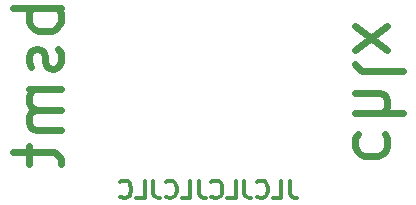
<source format=gbr>
%TF.GenerationSoftware,KiCad,Pcbnew,(6.0.2-0)*%
%TF.CreationDate,2024-03-25T07:46:48-04:00*%
%TF.ProjectId,platemount,706c6174-656d-46f7-956e-742e6b696361,rev?*%
%TF.SameCoordinates,Original*%
%TF.FileFunction,Legend,Bot*%
%TF.FilePolarity,Positive*%
%FSLAX46Y46*%
G04 Gerber Fmt 4.6, Leading zero omitted, Abs format (unit mm)*
G04 Created by KiCad (PCBNEW (6.0.2-0)) date 2024-03-25 07:46:48*
%MOMM*%
%LPD*%
G01*
G04 APERTURE LIST*
%ADD10C,0.600000*%
%ADD11C,0.300000*%
G04 APERTURE END LIST*
D10*
X182784523Y-159608035D02*
X178784523Y-159608035D01*
X180308333Y-159608035D02*
X180117857Y-159988988D01*
X180117857Y-160750892D01*
X180308333Y-161131845D01*
X180498809Y-161322321D01*
X180879761Y-161512797D01*
X182022619Y-161512797D01*
X182403571Y-161322321D01*
X182594047Y-161131845D01*
X182784523Y-160750892D01*
X182784523Y-159988988D01*
X182594047Y-159608035D01*
X182594047Y-163036607D02*
X182784523Y-163417559D01*
X182784523Y-164179464D01*
X182594047Y-164560416D01*
X182213095Y-164750892D01*
X182022619Y-164750892D01*
X181641666Y-164560416D01*
X181451190Y-164179464D01*
X181451190Y-163608035D01*
X181260714Y-163227083D01*
X180879761Y-163036607D01*
X180689285Y-163036607D01*
X180308333Y-163227083D01*
X180117857Y-163608035D01*
X180117857Y-164179464D01*
X180308333Y-164560416D01*
X182784523Y-166465178D02*
X180117857Y-166465178D01*
X180498809Y-166465178D02*
X180308333Y-166655654D01*
X180117857Y-167036607D01*
X180117857Y-167608035D01*
X180308333Y-167988988D01*
X180689285Y-168179464D01*
X182784523Y-168179464D01*
X180689285Y-168179464D02*
X180308333Y-168369940D01*
X180117857Y-168750892D01*
X180117857Y-169322321D01*
X180308333Y-169703273D01*
X180689285Y-169893750D01*
X182784523Y-169893750D01*
X180117857Y-171227083D02*
X180117857Y-172750892D01*
X178784523Y-171798511D02*
X182213095Y-171798511D01*
X182594047Y-171988988D01*
X182784523Y-172369940D01*
X182784523Y-172750892D01*
D11*
X202191071Y-174197321D02*
X202191071Y-175268750D01*
X202262500Y-175483035D01*
X202405357Y-175625892D01*
X202619642Y-175697321D01*
X202762500Y-175697321D01*
X200762500Y-175697321D02*
X201476785Y-175697321D01*
X201476785Y-174197321D01*
X199405357Y-175554464D02*
X199476785Y-175625892D01*
X199691071Y-175697321D01*
X199833928Y-175697321D01*
X200048214Y-175625892D01*
X200191071Y-175483035D01*
X200262500Y-175340178D01*
X200333928Y-175054464D01*
X200333928Y-174840178D01*
X200262500Y-174554464D01*
X200191071Y-174411607D01*
X200048214Y-174268750D01*
X199833928Y-174197321D01*
X199691071Y-174197321D01*
X199476785Y-174268750D01*
X199405357Y-174340178D01*
X198333928Y-174197321D02*
X198333928Y-175268750D01*
X198405357Y-175483035D01*
X198548214Y-175625892D01*
X198762500Y-175697321D01*
X198905357Y-175697321D01*
X196905357Y-175697321D02*
X197619642Y-175697321D01*
X197619642Y-174197321D01*
X195548214Y-175554464D02*
X195619642Y-175625892D01*
X195833928Y-175697321D01*
X195976785Y-175697321D01*
X196191071Y-175625892D01*
X196333928Y-175483035D01*
X196405357Y-175340178D01*
X196476785Y-175054464D01*
X196476785Y-174840178D01*
X196405357Y-174554464D01*
X196333928Y-174411607D01*
X196191071Y-174268750D01*
X195976785Y-174197321D01*
X195833928Y-174197321D01*
X195619642Y-174268750D01*
X195548214Y-174340178D01*
X194476785Y-174197321D02*
X194476785Y-175268750D01*
X194548214Y-175483035D01*
X194691071Y-175625892D01*
X194905357Y-175697321D01*
X195048214Y-175697321D01*
X193048214Y-175697321D02*
X193762500Y-175697321D01*
X193762500Y-174197321D01*
X191691071Y-175554464D02*
X191762500Y-175625892D01*
X191976785Y-175697321D01*
X192119642Y-175697321D01*
X192333928Y-175625892D01*
X192476785Y-175483035D01*
X192548214Y-175340178D01*
X192619642Y-175054464D01*
X192619642Y-174840178D01*
X192548214Y-174554464D01*
X192476785Y-174411607D01*
X192333928Y-174268750D01*
X192119642Y-174197321D01*
X191976785Y-174197321D01*
X191762500Y-174268750D01*
X191691071Y-174340178D01*
X190619642Y-174197321D02*
X190619642Y-175268750D01*
X190691071Y-175483035D01*
X190833928Y-175625892D01*
X191048214Y-175697321D01*
X191191071Y-175697321D01*
X189191071Y-175697321D02*
X189905357Y-175697321D01*
X189905357Y-174197321D01*
X187833928Y-175554464D02*
X187905357Y-175625892D01*
X188119642Y-175697321D01*
X188262500Y-175697321D01*
X188476785Y-175625892D01*
X188619642Y-175483035D01*
X188691071Y-175340178D01*
X188762500Y-175054464D01*
X188762500Y-174840178D01*
X188691071Y-174554464D01*
X188619642Y-174411607D01*
X188476785Y-174268750D01*
X188262500Y-174197321D01*
X188119642Y-174197321D01*
X187905357Y-174268750D01*
X187833928Y-174340178D01*
D10*
X207930952Y-170211309D02*
X207740476Y-170592261D01*
X207740476Y-171354166D01*
X207930952Y-171735119D01*
X208121428Y-171925595D01*
X208502380Y-172116071D01*
X209645238Y-172116071D01*
X210026190Y-171925595D01*
X210216666Y-171735119D01*
X210407142Y-171354166D01*
X210407142Y-170592261D01*
X210216666Y-170211309D01*
X207740476Y-168497023D02*
X211740476Y-168497023D01*
X207740476Y-166782738D02*
X209835714Y-166782738D01*
X210216666Y-166973214D01*
X210407142Y-167354166D01*
X210407142Y-167925595D01*
X210216666Y-168306547D01*
X210026190Y-168497023D01*
X207740476Y-164306547D02*
X207930952Y-164687500D01*
X208311904Y-164877976D01*
X211740476Y-164877976D01*
X207740476Y-163163690D02*
X210407142Y-161068452D01*
X210407142Y-163163690D02*
X207740476Y-161068452D01*
M02*

</source>
